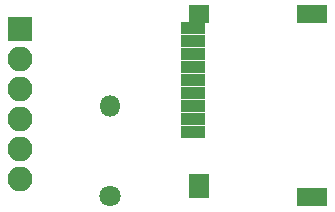
<source format=gbr>
G04 #@! TF.FileFunction,Soldermask,Bot*
%FSLAX46Y46*%
G04 Gerber Fmt 4.6, Leading zero omitted, Abs format (unit mm)*
G04 Created by KiCad (PCBNEW 4.0.7) date Thu Feb 22 23:31:33 2018*
%MOMM*%
%LPD*%
G01*
G04 APERTURE LIST*
%ADD10C,0.020000*%
%ADD11R,2.100000X2.100000*%
%ADD12O,2.100000X2.100000*%
%ADD13R,2.600000X1.600000*%
%ADD14R,1.800000X2.000000*%
%ADD15R,1.800000X1.600000*%
%ADD16R,2.000000X1.100000*%
%ADD17C,1.800000*%
%ADD18O,1.800000X1.800000*%
G04 APERTURE END LIST*
D10*
D11*
X84010500Y-66484500D03*
D12*
X84010500Y-69024500D03*
X84010500Y-71564500D03*
X84010500Y-74104500D03*
X84010500Y-76644500D03*
X84010500Y-79184500D03*
D13*
X108693000Y-80711500D03*
X108693000Y-65211500D03*
D14*
X99093000Y-79811500D03*
D15*
X99093000Y-65211500D03*
D16*
X98593000Y-66361500D03*
X98593000Y-68561500D03*
X98593000Y-67461500D03*
X98593000Y-69661500D03*
X98593000Y-70761500D03*
X98593000Y-71861500D03*
X98593000Y-75161500D03*
X98593000Y-74061500D03*
X98593000Y-72961500D03*
D17*
X91630500Y-80645000D03*
D18*
X91630500Y-73025000D03*
M02*

</source>
